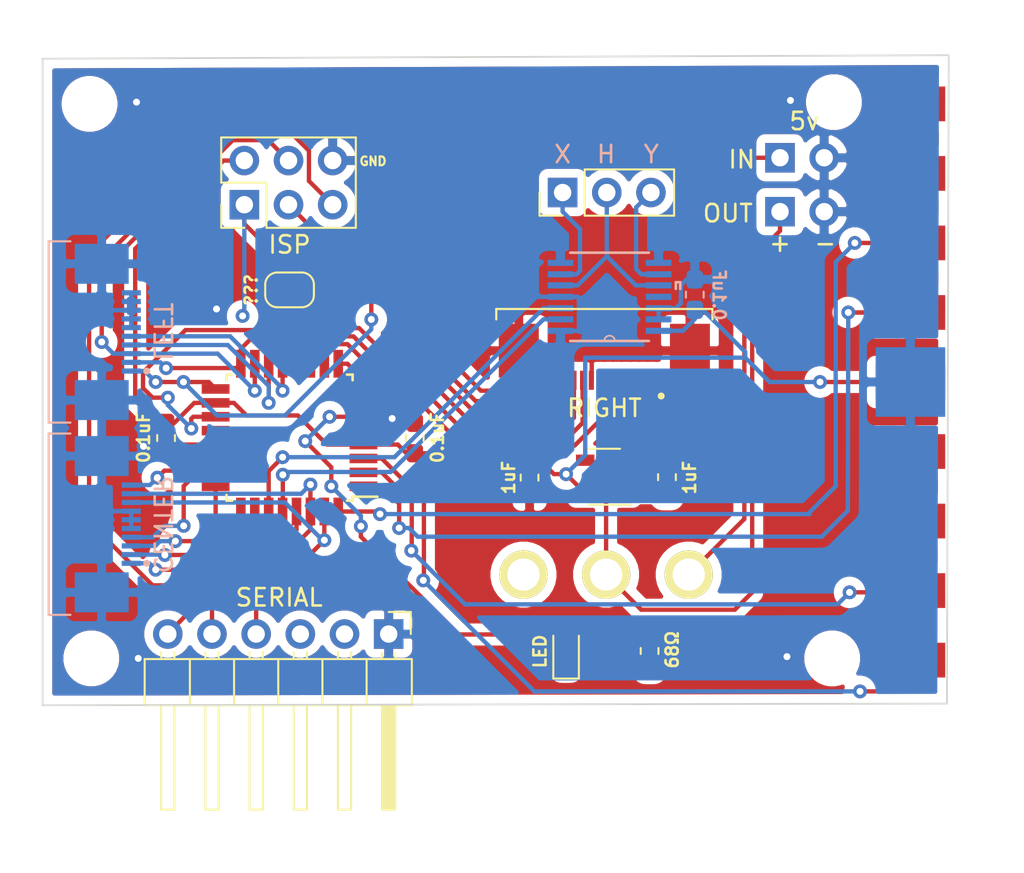
<source format=kicad_pcb>
(kicad_pcb (version 20171130) (host pcbnew "(5.1.5-0-10_14)")
  (layers (0 F.Cu signal) (31 B.Cu signal) (34 B.Paste user) (35 F.Paste user) (36 B.SilkS user) (37 F.SilkS user) (38 B.Mask user) (39 F.Mask user) (44 Edge.Cuts user))
  (net 0 "")
  (net 1 GND)
  (net 2 "Net-(C1-Pad1)")
  (net 3 VCC)
  (net 4 "Net-(D1-Pad1)")
  (net 5 "Net-(D1-Pad2)")
  (net 6 "Net-(J1-Pad1)")
  (net 7 "Net-(J1-Pad2)")
  (net 8 "Net-(J1-Pad3)")
  (net 9 "Net-(J1-Pad4)")
  (net 10 "Net-(J1-Pad5)")
  (net 11 "Net-(J1-Pad6)")
  (net 12 "Net-(J1-Pad7)")
  (net 13 "Net-(J1-Pad8)")
  (net 14 "Net-(J1-Pad10)")
  (net 15 "Net-(J1-Pad11)")
  (net 16 "Net-(J1-Pad12)")
  (net 17 "Net-(J1-Pad13)")
  (net 18 "Net-(J1-Pad14)")
  (net 19 "Net-(J2-Pad1)")
  (net 20 "Net-(J3-Pad1)")
  (net 21 "Net-(J3-Pad2)")
  (net 22 "Net-(J3-Pad3)")
  (net 23 "Net-(J3-Pad4)")
  (net 24 "Net-(J3-Pad5)")
  (net 25 "Net-(J4-Pad5)")
  (net 26 "Net-(J5-Pad2)")
  (net 27 "Net-(J5-Pad3)")
  (net 28 "Net-(J6-Pad4)")
  (net 29 "Net-(J6-Pad3)")
  (net 30 "Net-(J6-Pad2)")
  (net 31 "Net-(J6-Pad1)")
  (net 32 "Net-(J6-Pad7)")
  (net 33 "Net-(J6-Pad8)")
  (net 34 "Net-(J6-Pad9)")
  (net 35 "Net-(J7-Pad4)")
  (net 36 "Net-(J7-Pad3)")
  (net 37 "Net-(J7-Pad2)")
  (net 38 "Net-(J7-Pad1)")
  (net 39 "Net-(J8-Pad1)")
  (net 40 "Net-(J8-Pad2)")
  (net 41 "Net-(J8-Pad3)")
  (net 42 "Net-(JP2-Pad2)")
  (net 43 "Net-(S1-Pad1)")
  (net 44 "Net-(U1-Pad4)")
  (net 45 "Net-(U2-Pad20)")
  (net 46 "Net-(U2-Pad27)")
  (net 47 "Net-(U2-Pad28)")
  (net 48 "Net-(U3-Pad11)")
  (net 49 "Net-(J5-Pad4)")
  (net 50 "Net-(J5-Pad5)")
  (net 51 "Net-(J7-Pad10)")
  (module Connector_PinHeader_2.54mm:PinHeader_1x02_P2.54mm_Horizontal (layer F.Cu) (at 203 79 90)
    (fp_text reference J9 hide)
    (fp_text value "Power OUT (to PSP)")
    (pad 1 thru_hole rect (at 0 0 90) (size 1.7 1.7) (drill 1) (layers *.Cu *.Mask) (net 2 "Net-(C1-Pad1)"))
    (pad 2 thru_hole oval (at 0 2.54 90) (size 1.7 1.7) (drill 1) (layers *.Cu *.Mask) (net 1 GND))
  )
  (module Connector_PinHeader_2.54mm:PinHeader_1x02_P2.54mm_Vertical (layer F.Cu) (at 203 75.9 90)
    (fp_text reference J2 hide)
    (fp_text value "Power IN")
    (pad 2 thru_hole oval (at 0 2.54 90) (size 1.7 1.7) (drill 1) (layers *.Cu *.Mask) (net 1 GND))
    (pad 1 thru_hole rect (at 0 0 90) (size 1.7 1.7) (drill 1) (layers *.Cu *.Mask) (net 19 "Net-(J2-Pad1)"))
  )
  (module L102011ML04Q (layer F.Cu) (at 193 107.5 270)
    (fp_text reference S1 hide)
    (fp_text value L102021ML04Q hide)
    (pad 1 thru_hole circle (at -7.62 4.75) (size 2.775 2.775) (drill 1.85) (layers *.Cu *.Mask F.SilkS) (net 43 "Net-(S1-Pad1)"))
    (pad 2 thru_hole circle (at -7.62 -4.75) (size 2.775 2.775) (drill 1.85) (layers *.Cu *.Mask F.SilkS) (net 19 "Net-(J2-Pad1)"))
    (pad 3 thru_hole circle (at -7.62 0) (size 2.775 2.775) (drill 1.85) (layers *.Cu *.Mask F.SilkS) (net 2 "Net-(C1-Pad1)"))
  )
  (module Capacitor_SMD:C_0603_1608Metric_Pad1.05x0.95mm_HandSolder (layer F.Cu) (at 196.5 94.275 90)
    (fp_text reference C1 hide)
    (fp_text value "1 uF")
    (pad 2 smd roundrect (at 0.875 0 90) (size 1.05 0.95) (layers F.Cu F.Paste F.Mask) (net 1 GND))
    (pad 1 smd roundrect (at -0.875 0 90) (size 1.05 0.95) (layers F.Cu F.Paste F.Mask) (net 2 "Net-(C1-Pad1)"))
  )
  (module Capacitor_SMD:C_0603_1608Metric_Pad1.05x0.95mm_HandSolder (layer F.Cu) (at 188.6 94.3 270)
    (fp_text reference C2 hide)
    (fp_text value "1 uF")
    (pad 1 smd roundrect (at -0.875 0 270) (size 1.05 0.95) (layers F.Cu F.Paste F.Mask) (net 3 VCC))
    (pad 2 smd roundrect (at 0.875 0 270) (size 1.05 0.95) (layers F.Cu F.Paste F.Mask) (net 1 GND))
  )
  (module Capacitor_SMD:C_0603_1608Metric_Pad1.05x0.95mm_HandSolder (layer F.Cu) (at 167.7 92.025 90)
    (fp_text reference C3 hide)
    (fp_text value "0.1 uF")
    (pad 2 smd roundrect (at 0.875 0 90) (size 1.05 0.95) (layers F.Cu F.Paste F.Mask) (net 3 VCC))
    (pad 1 smd roundrect (at -0.875 0 90) (size 1.05 0.95) (layers F.Cu F.Paste F.Mask) (net 1 GND))
  )
  (module Capacitor_SMD:C_0603_1608Metric_Pad1.05x0.95mm_HandSolder (layer B.Cu) (at 198.1 83.775 270)
    (fp_text reference C4 hide)
    (fp_text value "0.1 uF")
    (pad 1 smd roundrect (at -0.875 0 270) (size 1.05 0.95) (layers B.Cu B.Paste B.Mask) (net 1 GND))
    (pad 2 smd roundrect (at 0.875 0 270) (size 1.05 0.95) (layers B.Cu B.Paste B.Mask) (net 3 VCC))
  )
  (module Capacitor_SMD:C_0603_1608Metric_Pad1.05x0.95mm_HandSolder (layer F.Cu) (at 182 92.025 90)
    (fp_text reference C5 hide)
    (fp_text value "0.1 uF")
    (pad 1 smd roundrect (at -0.875 0 90) (size 1.05 0.95) (layers F.Cu F.Paste F.Mask) (net 3 VCC))
    (pad 2 smd roundrect (at 0.875 0 90) (size 1.05 0.95) (layers F.Cu F.Paste F.Mask) (net 1 GND))
  )
  (module LED_SMD:LED_0603_1608Metric_Pad1.05x0.95mm_HandSolder (layer F.Cu) (at 190.7 104.2 90)
    (fp_text reference D1 hide)
    (fp_text value LED)
    (pad 1 smd roundrect (at -0.875 0 90) (size 1.05 0.95) (layers F.Cu F.Paste F.Mask) (net 4 "Net-(D1-Pad1)"))
    (pad 2 smd roundrect (at 0.875 0 90) (size 1.05 0.95) (layers F.Cu F.Paste F.Mask) (net 5 "Net-(D1-Pad2)"))
  )
  (module MountingHole:MountingHole_2.2mm_M2 (layer F.Cu) (at 163.3 72.8)
    (fp_text reference H1 hide)
    (fp_text value MountingHole)
    (pad 1 np_thru_hole circle (at 0 0) (size 2.2 2.2) (drill 2.2) (layers *.Cu *.Mask))
  )
  (module MountingHole:MountingHole_2.2mm_M2 (layer F.Cu) (at 206.1 72.7)
    (fp_text reference H2 hide)
    (fp_text value MountingHole)
    (pad 1 np_thru_hole circle (at 0 0) (size 2.2 2.2) (drill 2.2) (layers *.Cu *.Mask))
  )
  (module MountingHole:MountingHole_2.2mm_M2 (layer F.Cu) (at 163.4 104.7)
    (fp_text reference H3 hide)
    (fp_text value MountingHole)
    (pad 1 np_thru_hole circle (at 0 0) (size 2.2 2.2) (drill 2.2) (layers *.Cu *.Mask))
  )
  (module MountingHole:MountingHole_2.2mm_M2 (layer F.Cu) (at 206 104.7)
    (fp_text reference H4 hide)
    (fp_text value MountingHole)
    (pad 1 np_thru_hole circle (at 0 0) (size 2.2 2.2) (drill 2.2) (layers *.Cu *.Mask))
  )
  (module 1-1734592-4:TE_1-1734592-4 (layer F.Cu) (at 192.9 88.7 180)
    (fp_text reference J1 hide)
    (fp_text value "right ribbon")
    (pad 1 smd rect (at -3.25 0 180) (size 0.3 1.1) (layers F.Cu F.Paste F.Mask) (net 6 "Net-(J1-Pad1)"))
    (pad 2 smd rect (at -2.75 0 180) (size 0.3 1.1) (layers F.Cu F.Paste F.Mask) (net 7 "Net-(J1-Pad2)"))
    (pad 3 smd rect (at -2.25 0 180) (size 0.3 1.1) (layers F.Cu F.Paste F.Mask) (net 8 "Net-(J1-Pad3)"))
    (pad 4 smd rect (at -1.75 0 180) (size 0.3 1.1) (layers F.Cu F.Paste F.Mask) (net 9 "Net-(J1-Pad4)"))
    (pad 5 smd rect (at -1.25 0 180) (size 0.3 1.1) (layers F.Cu F.Paste F.Mask) (net 10 "Net-(J1-Pad5)"))
    (pad 6 smd rect (at -0.75 0 180) (size 0.3 1.1) (layers F.Cu F.Paste F.Mask) (net 11 "Net-(J1-Pad6)"))
    (pad 7 smd rect (at -0.25 0 180) (size 0.3 1.1) (layers F.Cu F.Paste F.Mask) (net 12 "Net-(J1-Pad7)"))
    (pad 8 smd rect (at 0.25 0 180) (size 0.3 1.1) (layers F.Cu F.Paste F.Mask) (net 13 "Net-(J1-Pad8)"))
    (pad 9 smd rect (at 0.75 0 180) (size 0.3 1.1) (layers F.Cu F.Paste F.Mask) (net 1 GND))
    (pad 10 smd rect (at 1.25 0 180) (size 0.3 1.1) (layers F.Cu F.Paste F.Mask) (net 14 "Net-(J1-Pad10)"))
    (pad 11 smd rect (at 1.75 0 180) (size 0.3 1.1) (layers F.Cu F.Paste F.Mask) (net 15 "Net-(J1-Pad11)"))
    (pad 12 smd rect (at 2.25 0 180) (size 0.3 1.1) (layers F.Cu F.Paste F.Mask) (net 16 "Net-(J1-Pad12)"))
    (pad 13 smd rect (at 2.75 0 180) (size 0.3 1.1) (layers F.Cu F.Paste F.Mask) (net 17 "Net-(J1-Pad13)"))
    (pad 14 smd rect (at 3.25 0 180) (size 0.3 1.1) (layers F.Cu F.Paste F.Mask) (net 18 "Net-(J1-Pad14)"))
    (pad S1 smd rect (at -4.92 1.7 180) (size 2.3 3.1) (layers F.Cu F.Paste F.Mask) (net 1 GND))
    (pad S2 smd rect (at 4.92 1.7 180) (size 2.3 3.1) (layers F.Cu F.Paste F.Mask) (net 1 GND))
  )
  (module 1-1734592-0:TE_1-1734592-0 (layer B.Cu) (at 165.7 85.92 90)
    (fp_text reference J3 hide)
    (fp_text value "left ribbon")
    (pad 1 smd rect (at -2.25 0 90) (size 0.3 1.1) (layers B.Cu B.Paste B.Mask) (net 20 "Net-(J3-Pad1)"))
    (pad 2 smd rect (at -1.75 0 90) (size 0.3 1.1) (layers B.Cu B.Paste B.Mask) (net 21 "Net-(J3-Pad2)"))
    (pad 3 smd rect (at -1.25 0 90) (size 0.3 1.1) (layers B.Cu B.Paste B.Mask) (net 22 "Net-(J3-Pad3)"))
    (pad 4 smd rect (at -0.75 0 90) (size 0.3 1.1) (layers B.Cu B.Paste B.Mask) (net 23 "Net-(J3-Pad4)"))
    (pad 5 smd rect (at -0.25 0 90) (size 0.3 1.1) (layers B.Cu B.Paste B.Mask) (net 24 "Net-(J3-Pad5)"))
    (pad 6 smd rect (at 0.25 0 90) (size 0.3 1.1) (layers B.Cu B.Paste B.Mask) (net 1 GND))
    (pad 7 smd rect (at 0.75 0 90) (size 0.3 1.1) (layers B.Cu B.Paste B.Mask) (net 1 GND))
    (pad 8 smd rect (at 1.25 0 90) (size 0.3 1.1) (layers B.Cu B.Paste B.Mask) (net 1 GND))
    (pad 9 smd rect (at 1.75 0 90) (size 0.3 1.1) (layers B.Cu B.Paste B.Mask) (net 1 GND))
    (pad 10 smd rect (at 2.25 0 90) (size 0.3 1.1) (layers B.Cu B.Paste B.Mask) (net 1 GND))
    (pad S1 smd rect (at -3.92 -1.7 90) (size 2.3 3.1) (layers B.Cu B.Paste B.Mask) (net 1 GND))
    (pad S2 smd rect (at 3.92 -1.7 90) (size 2.3 3.1) (layers B.Cu B.Paste B.Mask) (net 1 GND))
  )
  (module Connector_PinHeader_2.54mm:PinHeader_2x03_P2.54mm_Vertical (layer F.Cu) (at 172.2 78.6 90)
    (fp_text reference J4 hide)
    (fp_text value AVR-ISP-6)
    (pad 1 thru_hole rect (at 0 0 90) (size 1.7 1.7) (drill 1) (layers *.Cu *.Mask) (net 21 "Net-(J3-Pad2)"))
    (pad 2 thru_hole oval (at 2.54 0 90) (size 1.7 1.7) (drill 1) (layers *.Cu *.Mask) (net 3 VCC))
    (pad 3 thru_hole oval (at 0 2.54 90) (size 1.7 1.7) (drill 1) (layers *.Cu *.Mask) (net 20 "Net-(J3-Pad1)"))
    (pad 4 thru_hole oval (at 2.54 2.54 90) (size 1.7 1.7) (drill 1) (layers *.Cu *.Mask) (net 22 "Net-(J3-Pad3)"))
    (pad 5 thru_hole oval (at 0 5.08 90) (size 1.7 1.7) (drill 1) (layers *.Cu *.Mask) (net 25 "Net-(J4-Pad5)"))
    (pad 6 thru_hole oval (at 2.54 5.08 90) (size 1.7 1.7) (drill 1) (layers *.Cu *.Mask) (net 1 GND))
  )
  (module Connector_PinHeader_2.54mm:PinHeader_1x06_P2.54mm_Horizontal (layer F.Cu) (at 180.5 103.3 270)
    (fp_text reference J5 hide)
    (fp_text value Conn_01x06)
    (pad 1 thru_hole rect (at 0 0 270) (size 1.7 1.7) (drill 1) (layers *.Cu *.Mask) (net 1 GND))
    (pad 2 thru_hole oval (at 0 2.54 270) (size 1.7 1.7) (drill 1) (layers *.Cu *.Mask) (net 26 "Net-(J5-Pad2)"))
    (pad 3 thru_hole oval (at 0 5.08 270) (size 1.7 1.7) (drill 1) (layers *.Cu *.Mask) (net 27 "Net-(J5-Pad3)"))
    (pad 4 thru_hole oval (at 0 7.62 270) (size 1.7 1.7) (drill 1) (layers *.Cu *.Mask) (net 49 "Net-(J5-Pad4)"))
    (pad 5 thru_hole oval (at 0 10.16 270) (size 1.7 1.7) (drill 1) (layers *.Cu *.Mask) (net 50 "Net-(J5-Pad5)"))
    (pad 6 thru_hole oval (at 0 12.7 270) (size 1.7 1.7) (drill 1) (layers *.Cu *.Mask) (net 25 "Net-(J4-Pad5)"))
  )
  (module Connector:ps2_connector (layer F.Cu) (at 213.5 88.8 270)
    (fp_text reference J6 hide)
    (fp_text value "PS2 Controller")
    (pad 5 connect rect (at 0 3 270) (size 2 4) (layers F.Cu F.Mask) (net 3 VCC))
    (pad 4 connect rect (at -4 3 270) (size 2 4) (layers F.Cu F.Mask) (net 28 "Net-(J6-Pad4)"))
    (pad 3 connect rect (at -8 3 270) (size 2 4) (layers F.Cu F.Mask) (net 29 "Net-(J6-Pad3)"))
    (pad 2 connect rect (at -12 3 270) (size 2 4) (layers F.Cu F.Mask) (net 30 "Net-(J6-Pad2)"))
    (pad 1 connect rect (at -16 3 270) (size 2 4) (layers F.Cu F.Mask) (net 31 "Net-(J6-Pad1)"))
    (pad 6 connect rect (at 4 3 270) (size 2 4) (layers F.Cu F.Mask) (net 1 GND))
    (pad 7 connect rect (at 8 3 270) (size 2 4) (layers F.Cu F.Mask) (net 32 "Net-(J6-Pad7)"))
    (pad 8 connect rect (at 12 3 270) (size 2 4) (layers F.Cu F.Mask) (net 33 "Net-(J6-Pad8)"))
    (pad 9 connect rect (at 16 3 270) (size 2 4) (layers F.Cu F.Mask) (net 34 "Net-(J6-Pad9)"))
    (pad 10 connect rect (at 0 3 270) (size 4 4) (layers B.Cu B.Mask) (net 1 GND))
  )
  (module 1-1734592-0:TE_1-1734592-0 (layer B.Cu) (at 165.7 96.98 90)
    (fp_text reference J7 hide)
    (fp_text value "center ribbon")
    (pad S2 smd rect (at 3.92 -1.7 90) (size 2.3 3.1) (layers B.Cu B.Paste B.Mask) (net 1 GND))
    (pad S1 smd rect (at -3.92 -1.7 90) (size 2.3 3.1) (layers B.Cu B.Paste B.Mask) (net 1 GND))
    (pad 10 smd rect (at 2.25 0 90) (size 0.3 1.1) (layers B.Cu B.Paste B.Mask) (net 51 "Net-(J7-Pad10)"))
    (pad 9 smd rect (at 1.75 0 90) (size 0.3 1.1) (layers B.Cu B.Paste B.Mask) (net 50 "Net-(J5-Pad5)"))
    (pad 8 smd rect (at 1.25 0 90) (size 0.3 1.1) (layers B.Cu B.Paste B.Mask) (net 49 "Net-(J5-Pad4)"))
    (pad 7 smd rect (at 0.75 0 90) (size 0.3 1.1) (layers B.Cu B.Paste B.Mask) (net 1 GND))
    (pad 6 smd rect (at 0.25 0 90) (size 0.3 1.1) (layers B.Cu B.Paste B.Mask) (net 1 GND))
    (pad 5 smd rect (at -0.25 0 90) (size 0.3 1.1) (layers B.Cu B.Paste B.Mask) (net 1 GND))
    (pad 4 smd rect (at -0.75 0 90) (size 0.3 1.1) (layers B.Cu B.Paste B.Mask) (net 35 "Net-(J7-Pad4)"))
    (pad 3 smd rect (at -1.25 0 90) (size 0.3 1.1) (layers B.Cu B.Paste B.Mask) (net 36 "Net-(J7-Pad3)"))
    (pad 2 smd rect (at -1.75 0 90) (size 0.3 1.1) (layers B.Cu B.Paste B.Mask) (net 37 "Net-(J7-Pad2)"))
    (pad 1 smd rect (at -2.25 0 90) (size 0.3 1.1) (layers B.Cu B.Paste B.Mask) (net 38 "Net-(J7-Pad1)"))
  )
  (module Connector_PinHeader_2.54mm:PinHeader_1x03_P2.54mm_Vertical (layer F.Cu) (at 190.5 77.9 90)
    (fp_text reference J8 hide)
    (fp_text value Analog)
    (pad 1 thru_hole rect (at 0 0 90) (size 1.7 1.7) (drill 1) (layers *.Cu *.Mask) (net 39 "Net-(J8-Pad1)"))
    (pad 2 thru_hole oval (at 0 2.54 90) (size 1.7 1.7) (drill 1) (layers *.Cu *.Mask) (net 40 "Net-(J8-Pad2)"))
    (pad 3 thru_hole oval (at 0 5.08 90) (size 1.7 1.7) (drill 1) (layers *.Cu *.Mask) (net 41 "Net-(J8-Pad3)"))
  )
  (module Jumper:SolderJumper-2_P1.3mm_Open_RoundedPad1.0x1.5mm (layer F.Cu) (at 174.8 83.5)
    (fp_text reference JP2 hide)
    (fp_text value SolderJumper_2_Open)
    (pad 1 smd custom (at -0.65 0) (size 1 0.5) (layers F.Cu F.Mask) (net 1 GND) (options (clearance outline) (anchor rect)) (primitives (gr_circle (center 0 0.25) (end 0.5 0.25) (width 0)) (gr_circle (center 0 -0.25) (end 0.5 -0.25) (width 0)) (gr_poly (pts (xy 0 -0.75) (xy 0.5 -0.75) (xy 0.5 0.75) (xy 0 0.75)) (width 0))))
    (pad 2 smd custom (at 0.65 0) (size 1 0.5) (layers F.Cu F.Mask) (net 42 "Net-(JP2-Pad2)") (options (clearance outline) (anchor rect)) (primitives (gr_circle (center 0 0.25) (end 0.5 0.25) (width 0)) (gr_circle (center 0 -0.25) (end 0.5 -0.25) (width 0)) (gr_poly (pts (xy 0 -0.75) (xy -0.5 -0.75) (xy -0.5 0.75) (xy 0 0.75)) (width 0))))
  )
  (module Resistor_SMD:R_0603_1608Metric_Pad1.05x0.95mm_HandSolder (layer F.Cu) (at 195.5 104.275 270)
    (fp_text reference R1 hide)
    (fp_text value 68)
    (pad 1 smd roundrect (at -0.875 0 270) (size 1.05 0.95) (layers F.Cu F.Paste F.Mask) (net 1 GND))
    (pad 2 smd roundrect (at 0.875 0 270) (size 1.05 0.95) (layers F.Cu F.Paste F.Mask) (net 4 "Net-(D1-Pad1)"))
  )
  (module Package_TO_SOT_SMD:SOT-23-5 (layer F.Cu) (at 192.9 94.25 180)
    (fp_text reference U1 hide)
    (fp_text value MIC5504-3.3YM5)
    (pad 1 smd rect (at -1.1 -0.95 180) (size 1.06 0.65) (layers F.Cu F.Paste F.Mask) (net 2 "Net-(C1-Pad1)"))
    (pad 2 smd rect (at -1.1 0 180) (size 1.06 0.65) (layers F.Cu F.Paste F.Mask) (net 1 GND))
    (pad 3 smd rect (at -1.1 0.95 180) (size 1.06 0.65) (layers F.Cu F.Paste F.Mask) (net 2 "Net-(C1-Pad1)"))
    (pad 4 smd rect (at 1.1 0.95 180) (size 1.06 0.65) (layers F.Cu F.Paste F.Mask) (net 44 "Net-(U1-Pad4)"))
    (pad 5 smd rect (at 1.1 -0.95 180) (size 1.06 0.65) (layers F.Cu F.Paste F.Mask) (net 3 VCC))
  )
  (module Package_QFP:TQFP-32_7x7mm_P0.8mm (layer F.Cu) (at 174.8 92 180)
    (fp_text reference U2 hide)
    (fp_text value ATmega328PB-AU)
    (pad 1 smd rect (at -4.25 -2.8 180) (size 1.6 0.55) (layers F.Cu F.Paste F.Mask) (net 28 "Net-(J6-Pad4)"))
    (pad 2 smd rect (at -4.25 -2 180) (size 1.6 0.55) (layers F.Cu F.Paste F.Mask) (net 33 "Net-(J6-Pad8)"))
    (pad 3 smd rect (at -4.25 -1.2 180) (size 1.6 0.55) (layers F.Cu F.Paste F.Mask) (net 34 "Net-(J6-Pad9)"))
    (pad 4 smd rect (at -4.25 -0.4 180) (size 1.6 0.55) (layers F.Cu F.Paste F.Mask) (net 3 VCC))
    (pad 5 smd rect (at -4.25 0.4 180) (size 1.6 0.55) (layers F.Cu F.Paste F.Mask) (net 1 GND))
    (pad 6 smd rect (at -4.25 1.2 180) (size 1.6 0.55) (layers F.Cu F.Paste F.Mask) (net 5 "Net-(D1-Pad2)"))
    (pad 7 smd rect (at -4.25 2 180) (size 1.6 0.55) (layers F.Cu F.Paste F.Mask) (net 10 "Net-(J1-Pad5)"))
    (pad 8 smd rect (at -4.25 2.8 180) (size 1.6 0.55) (layers F.Cu F.Paste F.Mask) (net 14 "Net-(J1-Pad10)"))
    (pad 9 smd rect (at -2.8 4.25 270) (size 1.6 0.55) (layers F.Cu F.Paste F.Mask) (net 15 "Net-(J1-Pad11)"))
    (pad 10 smd rect (at -2 4.25 270) (size 1.6 0.55) (layers F.Cu F.Paste F.Mask) (net 16 "Net-(J1-Pad12)"))
    (pad 11 smd rect (at -1.2 4.25 270) (size 1.6 0.55) (layers F.Cu F.Paste F.Mask) (net 17 "Net-(J1-Pad13)"))
    (pad 12 smd rect (at -0.4 4.25 270) (size 1.6 0.55) (layers F.Cu F.Paste F.Mask) (net 18 "Net-(J1-Pad14)"))
    (pad 13 smd rect (at 0.4 4.25 270) (size 1.6 0.55) (layers F.Cu F.Paste F.Mask) (net 24 "Net-(J3-Pad5)"))
    (pad 14 smd rect (at 1.2 4.25 270) (size 1.6 0.55) (layers F.Cu F.Paste F.Mask) (net 23 "Net-(J3-Pad4)"))
    (pad 15 smd rect (at 2 4.25 270) (size 1.6 0.55) (layers F.Cu F.Paste F.Mask) (net 22 "Net-(J3-Pad3)"))
    (pad 16 smd rect (at 2.8 4.25 270) (size 1.6 0.55) (layers F.Cu F.Paste F.Mask) (net 21 "Net-(J3-Pad2)"))
    (pad 17 smd rect (at 4.25 2.8 180) (size 1.6 0.55) (layers F.Cu F.Paste F.Mask) (net 20 "Net-(J3-Pad1)"))
    (pad 18 smd rect (at 4.25 2 180) (size 1.6 0.55) (layers F.Cu F.Paste F.Mask) (net 3 VCC))
    (pad 19 smd rect (at 4.25 1.2 180) (size 1.6 0.55) (layers F.Cu F.Paste F.Mask) (net 42 "Net-(JP2-Pad2)"))
    (pad 20 smd rect (at 4.25 0.4 180) (size 1.6 0.55) (layers F.Cu F.Paste F.Mask) (net 45 "Net-(U2-Pad20)"))
    (pad 21 smd rect (at 4.25 -0.4 180) (size 1.6 0.55) (layers F.Cu F.Paste F.Mask) (net 1 GND))
    (pad 22 smd rect (at 4.25 -1.2 180) (size 1.6 0.55) (layers F.Cu F.Paste F.Mask) (net 51 "Net-(J7-Pad10)"))
    (pad 23 smd rect (at 4.25 -2 180) (size 1.6 0.55) (layers F.Cu F.Paste F.Mask) (net 35 "Net-(J7-Pad4)"))
    (pad 24 smd rect (at 4.25 -2.8 180) (size 1.6 0.55) (layers F.Cu F.Paste F.Mask) (net 36 "Net-(J7-Pad3)"))
    (pad 25 smd rect (at 2.8 -4.25 270) (size 1.6 0.55) (layers F.Cu F.Paste F.Mask) (net 37 "Net-(J7-Pad2)"))
    (pad 26 smd rect (at 2 -4.25 270) (size 1.6 0.55) (layers F.Cu F.Paste F.Mask) (net 38 "Net-(J7-Pad1)"))
    (pad 27 smd rect (at 1.2 -4.25 270) (size 1.6 0.55) (layers F.Cu F.Paste F.Mask) (net 46 "Net-(U2-Pad27)"))
    (pad 28 smd rect (at 0.4 -4.25 270) (size 1.6 0.55) (layers F.Cu F.Paste F.Mask) (net 47 "Net-(U2-Pad28)"))
    (pad 29 smd rect (at -0.4 -4.25 270) (size 1.6 0.55) (layers F.Cu F.Paste F.Mask) (net 25 "Net-(J4-Pad5)"))
    (pad 30 smd rect (at -1.2 -4.25 270) (size 1.6 0.55) (layers F.Cu F.Paste F.Mask) (net 50 "Net-(J5-Pad5)"))
    (pad 31 smd rect (at -2 -4.25 270) (size 1.6 0.55) (layers F.Cu F.Paste F.Mask) (net 49 "Net-(J5-Pad4)"))
    (pad 32 smd rect (at -2.8 -4.25 270) (size 1.6 0.55) (layers F.Cu F.Paste F.Mask) (net 29 "Net-(J6-Pad3)"))
  )
  (module MCP4651-103E_ST:SOP65P640X120-14N (layer B.Cu) (at 193.2 83.9)
    (fp_text reference U3 hide)
    (fp_text value MCP4651-103E_ST)
    (pad 1 smd rect (at -2.8194 1.9558) (size 1.4732 0.3556) (layers B.Cu B.Paste B.Mask) (net 1 GND))
    (pad 2 smd rect (at -2.8194 1.2954) (size 1.4732 0.3556) (layers B.Cu B.Paste B.Mask) (net 47 "Net-(U2-Pad28)"))
    (pad 3 smd rect (at -2.8194 0.6604) (size 1.4732 0.3556) (layers B.Cu B.Paste B.Mask) (net 46 "Net-(U2-Pad27)"))
    (pad 4 smd rect (at -2.8194 0) (size 1.4732 0.3556) (layers B.Cu B.Paste B.Mask) (net 1 GND))
    (pad 5 smd rect (at -2.8194 -0.6604) (size 1.4732 0.3556) (layers B.Cu B.Paste B.Mask) (net 40 "Net-(J8-Pad2)"))
    (pad 6 smd rect (at -2.8194 -1.2954) (size 1.4732 0.3556) (layers B.Cu B.Paste B.Mask) (net 39 "Net-(J8-Pad1)"))
    (pad 7 smd rect (at -2.8194 -1.9558) (size 1.4732 0.3556) (layers B.Cu B.Paste B.Mask) (net 1 GND))
    (pad 8 smd rect (at 2.8194 -1.9558) (size 1.4732 0.3556) (layers B.Cu B.Paste B.Mask) (net 1 GND))
    (pad 9 smd rect (at 2.8194 -1.2954) (size 1.4732 0.3556) (layers B.Cu B.Paste B.Mask) (net 41 "Net-(J8-Pad3)"))
    (pad 10 smd rect (at 2.8194 -0.6604) (size 1.4732 0.3556) (layers B.Cu B.Paste B.Mask) (net 40 "Net-(J8-Pad2)"))
    (pad 11 smd rect (at 2.8194 0) (size 1.4732 0.3556) (layers B.Cu B.Paste B.Mask) (net 48 "Net-(U3-Pad11)"))
    (pad 12 smd rect (at 2.8194 0.6604) (size 1.4732 0.3556) (layers B.Cu B.Paste B.Mask) (net 1 GND))
    (pad 13 smd rect (at 2.8194 1.2954) (size 1.4732 0.3556) (layers B.Cu B.Paste B.Mask) (net 1 GND))
    (pad 14 smd rect (at 2.8194 1.9558) (size 1.4732 0.3556) (layers B.Cu B.Paste B.Mask) (net 3 VCC))
  )
  (gr_text 0.1uF (at 199.5 83.8 270) (layer B.SilkS) (effects (font (size 0.7 0.7)) (justify mirror)))
  (gr_text ??? (at 172.6 83.5 90) (layer F.SilkS) (effects (font (size 0.7 0.7))))
  (gr_text Y (at 195.6 75.7) (layer B.SilkS) (effects (font (size 1 1)) (justify mirror)))
  (gr_text H (at 193 75.7) (layer B.SilkS) (effects (font (size 1 1)) (justify mirror)))
  (gr_text X (at 190.5 75.7) (layer B.SilkS) (effects (font (size 1 1)) (justify mirror)))
  (gr_text 5v (at 204.4 73.8) (layer F.SilkS) (effects (font (size 1 1))))
  (gr_text GND (at 179.6 76.1) (layer F.SilkS) (effects (font (size 0.5 0.5) (thickness 0.125))))
  (gr_text ISP (at 174.8 80.9) (layer F.SilkS) (effects (font (size 1 1))))
  (gr_text CENTER (at 167.5 97 270) (layer B.SilkS) (effects (font (size 1 1)) (justify mirror)))
  (gr_text LEFT (at 167.5 85.9 270) (layer B.SilkS) (effects (font (size 1 1)) (justify mirror)))
  (gr_text SERIAL (at 174.2 101.2) (layer F.SilkS) (effects (font (size 1 1))))
  (gr_text RIGHT (at 192.9 90.3) (layer F.SilkS) (effects (font (size 1 1))))
  (gr_text 1uF (at 197.8 94.3 90) (layer F.SilkS) (effects (font (size 0.7 0.7))))
  (gr_text 1uF (at 187.4 94.3 90) (layer F.SilkS) (effects (font (size 0.7 0.7))))
  (gr_text 0.1uF (at 166.4 92 90) (layer F.SilkS) (effects (font (size 0.7 0.7))))
  (gr_text 0.1uF (at 183.3 92 90) (layer F.SilkS) (effects (font (size 0.7 0.7))))
  (gr_text 68Ω (at 196.8 104.2 90) (layer F.SilkS) (effects (font (size 0.7 0.7))))
  (gr_text LED (at 189.2 104.3 90) (layer F.SilkS) (effects (font (size 0.7 0.7))))
  (gr_text - (at 205.6 80.8) (layer F.SilkS) (effects (font (size 1 1))))
  (gr_text + (at 203 80.8) (layer F.SilkS) (effects (font (size 1 1))))
  (gr_text OUT (at 200 79.1) (layer F.SilkS) (effects (font (size 1 1))))
  (gr_text IN (at 200.8 76) (layer F.SilkS) (effects (font (size 1 1))))
  (gr_line (start 160.6 70.2) (end 212.7 70) (layer Edge.Cuts) (width 0.1))
  (gr_line (start 160.6 107.4) (end 160.6 70.2) (layer Edge.Cuts) (width 0.1))
  (gr_line (start 212.6 107.3) (end 160.6 107.4) (layer Edge.Cuts) (width 0.1))
  (gr_line (start 212.7 70) (end 212.6 107.3) (layer Edge.Cuts) (width 0.1))
  (segment (start 165.7 83.67) (end 165.7 85.67) (width 0.25) (layer B.Cu) (net 1))
  (segment (start 165.7 84.67) (end 164.33 84.67) (width 0.25) (layer B.Cu) (net 1))
  (segment (start 165.7 97.23) (end 165.7 96.23) (width 0.25) (layer B.Cu) (net 1))
  (segment (start 165.7 96.23) (end 164.53 96.23) (width 0.25) (layer B.Cu) (net 1))
  (segment (start 196.0194 85.1954) (end 196.0194 84.5604) (width 0.25) (layer B.Cu) (net 1))
  (segment (start 197.625 82.9) (end 198.1 82.9) (width 0.25) (layer B.Cu) (net 1))
  (segment (start 197.29999 84.26641) (end 197.29999 83.22501) (width 0.25) (layer B.Cu) (net 1))
  (segment (start 197.006 84.5604) (end 197.29999 84.26641) (width 0.25) (layer B.Cu) (net 1))
  (segment (start 196.0194 84.5604) (end 197.006 84.5604) (width 0.25) (layer B.Cu) (net 1))
  (segment (start 197.29999 83.22501) (end 197.625 82.9) (width 0.25) (layer B.Cu) (net 1))
  (segment (start 196.0194 81.5164) (end 196 81.497) (width 0.25) (layer B.Cu) (net 1))
  (segment (start 196.0194 81.9442) (end 196.0194 81.5164) (width 0.25) (layer B.Cu) (net 1))
  (segment (start 196 81.497) (end 196 81.1) (width 0.25) (layer B.Cu) (net 1))
  (segment (start 191.3672 83.9) (end 190.3806 83.9) (width 0.25) (layer B.Cu) (net 1))
  (segment (start 191.442201 83.975001) (end 191.3672 83.9) (width 0.25) (layer B.Cu) (net 1))
  (segment (start 191.442201 85.780799) (end 191.442201 83.975001) (width 0.25) (layer B.Cu) (net 1))
  (segment (start 191.3672 85.8558) (end 191.442201 85.780799) (width 0.25) (layer B.Cu) (net 1))
  (segment (start 190.3806 85.8558) (end 191.3672 85.8558) (width 0.25) (layer B.Cu) (net 1))
  (segment (start 190.3806 83.9) (end 189.394 83.9) (width 0.25) (layer B.Cu) (net 1))
  (segment (start 189.394 83.9) (end 188.4 83.9) (width 0.25) (layer B.Cu) (net 1))
  (segment (start 190.3806 81.5164) (end 190.4 81.497) (width 0.25) (layer B.Cu) (net 1))
  (segment (start 190.3806 81.9442) (end 190.3806 81.5164) (width 0.25) (layer B.Cu) (net 1))
  (segment (start 190.4 81.497) (end 190.4 81.1) (width 0.25) (layer B.Cu) (net 1))
  (segment (start 192.174999 88.625001) (end 192.174999 87.425001) (width 0.25) (layer F.Cu) (net 1))
  (segment (start 192.15 88.65) (end 192.174999 88.625001) (width 0.25) (layer F.Cu) (net 1))
  (segment (start 192.15 88.7) (end 192.15 88.65) (width 0.25) (layer F.Cu) (net 1))
  (segment (start 194.78 94.25) (end 194.83 94.2) (width 0.25) (layer F.Cu) (net 1))
  (segment (start 194 94.25) (end 194.78 94.25) (width 0.25) (layer F.Cu) (net 1))
  (segment (start 194.83 94.2) (end 195.2 94.2) (width 0.25) (layer F.Cu) (net 1))
  (segment (start 179.05 91.6) (end 180.1 91.6) (width 0.25) (layer F.Cu) (net 1))
  (segment (start 180.1 91.6) (end 180.6 91.6) (width 0.25) (layer F.Cu) (net 1))
  (via (at 180.7 90.9) (size 0.8) (drill 0.4) (layers F.Cu B.Cu) (net 1))
  (segment (start 168.2 92.4) (end 167.7 92.9) (width 0.25) (layer F.Cu) (net 1))
  (segment (start 170.55 92.4) (end 168.2 92.4) (width 0.25) (layer F.Cu) (net 1))
  (via (at 166.4 92.5) (size 0.8) (drill 0.4) (layers F.Cu B.Cu) (net 1))
  (segment (start 191.442201 83.975001) (end 191.442201 85.442201) (width 0.25) (layer B.Cu) (net 1))
  (segment (start 191.442201 85.442201) (end 191.6 85.6) (width 0.25) (layer B.Cu) (net 1))
  (segment (start 191.6 85.6) (end 191.6 84.1) (width 0.25) (layer B.Cu) (net 1))
  (via (at 166 72.7) (size 0.8) (drill 0.4) (layers F.Cu B.Cu) (net 1))
  (via (at 203.6 72.6) (size 0.8) (drill 0.4) (layers F.Cu B.Cu) (net 1))
  (via (at 166.1 104.7) (size 0.8) (drill 0.4) (layers F.Cu B.Cu) (net 1))
  (via (at 203.4 104.6) (size 0.8) (drill 0.4) (layers F.Cu B.Cu) (net 1))
  (via (at 170.6 84.6) (size 0.8) (drill 0.4) (layers F.Cu B.Cu) (net 1))
  (segment (start 203 80.1) (end 201.4 81.7) (width 0.25) (layer F.Cu) (net 2))
  (segment (start 203 79) (end 203 80.1) (width 0.25) (layer F.Cu) (net 2))
  (segment (start 201.4 81.7) (end 201.4 100.9) (width 0.25) (layer F.Cu) (net 2))
  (segment (start 201.4 100.9) (end 200.4 101.9) (width 0.25) (layer F.Cu) (net 2))
  (segment (start 195.02 101.9) (end 193 99.88) (width 0.25) (layer F.Cu) (net 2))
  (segment (start 200.4 101.9) (end 195.02 101.9) (width 0.25) (layer F.Cu) (net 2))
  (segment (start 193.22 95.2) (end 194 95.2) (width 0.25) (layer F.Cu) (net 2))
  (segment (start 193 95.42) (end 193.22 95.2) (width 0.25) (layer F.Cu) (net 2))
  (segment (start 193 99.88) (end 193 95.42) (width 0.25) (layer F.Cu) (net 2))
  (segment (start 193.144999 93.375001) (end 193.22 93.3) (width 0.25) (layer F.Cu) (net 2))
  (segment (start 193.144999 94.835001) (end 193.144999 93.375001) (width 0.25) (layer F.Cu) (net 2))
  (segment (start 193.509998 95.2) (end 193.144999 94.835001) (width 0.25) (layer F.Cu) (net 2))
  (segment (start 193.22 93.3) (end 194 93.3) (width 0.25) (layer F.Cu) (net 2))
  (segment (start 194 95.2) (end 193.509998 95.2) (width 0.25) (layer F.Cu) (net 2))
  (segment (start 196.45 95.2) (end 196.5 95.15) (width 0.25) (layer F.Cu) (net 2))
  (segment (start 194 95.2) (end 196.45 95.2) (width 0.25) (layer F.Cu) (net 2))
  (segment (start 191.7 95.1) (end 191.8 95.2) (width 0.25) (layer F.Cu) (net 3))
  (segment (start 180.1 92.4) (end 179.05 92.4) (width 0.25) (layer F.Cu) (net 3))
  (segment (start 181.025 92.4) (end 180.1 92.4) (width 0.25) (layer F.Cu) (net 3))
  (segment (start 181.525 92.9) (end 181.025 92.4) (width 0.25) (layer F.Cu) (net 3))
  (segment (start 182 92.9) (end 181.525 92.9) (width 0.25) (layer F.Cu) (net 3))
  (segment (start 171.410002 90) (end 170.55 90) (width 0.25) (layer F.Cu) (net 3))
  (segment (start 169.325 90) (end 169.5 90) (width 0.25) (layer F.Cu) (net 3))
  (segment (start 168.175 91.15) (end 169.325 90) (width 0.25) (layer F.Cu) (net 3))
  (segment (start 169.5 90) (end 170.55 90) (width 0.25) (layer F.Cu) (net 3))
  (segment (start 167.7 91.15) (end 168.175 91.15) (width 0.25) (layer F.Cu) (net 3))
  (segment (start 210.4 88.9) (end 210.5 88.8) (width 0.25) (layer F.Cu) (net 3))
  (segment (start 201 87.4) (end 202.4 88.8) (width 0.25) (layer B.Cu) (net 3))
  (segment (start 191.8 87.4) (end 201 87.4) (width 0.25) (layer B.Cu) (net 3))
  (via (at 190.7 94.1) (size 0.8) (drill 0.4) (layers F.Cu B.Cu) (net 3))
  (segment (start 191.8 95.2) (end 190.7 94.1) (width 0.25) (layer F.Cu) (net 3))
  (segment (start 191.8 93) (end 191.8 87.4) (width 0.25) (layer B.Cu) (net 3))
  (segment (start 190.7 94.1) (end 191.8 93) (width 0.25) (layer B.Cu) (net 3))
  (via (at 205.3 88.8) (size 0.8) (drill 0.4) (layers F.Cu B.Cu) (net 3))
  (segment (start 202.4 88.8) (end 205.3 88.8) (width 0.25) (layer B.Cu) (net 3))
  (segment (start 205.3 88.8) (end 210.5 88.8) (width 0.25) (layer F.Cu) (net 3))
  (segment (start 198.1 85.175) (end 197.4192 85.8558) (width 0.25) (layer B.Cu) (net 3))
  (segment (start 197.006 85.8558) (end 196.0194 85.8558) (width 0.25) (layer B.Cu) (net 3))
  (segment (start 197.4192 85.8558) (end 197.006 85.8558) (width 0.25) (layer B.Cu) (net 3))
  (segment (start 198.1 84.65) (end 198.1 85.175) (width 0.25) (layer B.Cu) (net 3))
  (segment (start 201 87.075) (end 201 87.4) (width 0.25) (layer B.Cu) (net 3))
  (segment (start 198.575 84.65) (end 201 87.075) (width 0.25) (layer B.Cu) (net 3))
  (segment (start 198.1 84.65) (end 198.575 84.65) (width 0.25) (layer B.Cu) (net 3))
  (segment (start 171.6 90) (end 170.55 90) (width 0.25) (layer F.Cu) (net 3))
  (segment (start 172.325001 90.725001) (end 171.6 90) (width 0.25) (layer F.Cu) (net 3))
  (segment (start 176.949998 92.4) (end 175.274999 90.725001) (width 0.25) (layer F.Cu) (net 3))
  (segment (start 175.274999 90.725001) (end 172.325001 90.725001) (width 0.25) (layer F.Cu) (net 3))
  (segment (start 179.05 92.4) (end 176.949998 92.4) (width 0.25) (layer F.Cu) (net 3))
  (segment (start 165.924989 89.849989) (end 167.225 91.15) (width 0.25) (layer F.Cu) (net 3))
  (segment (start 165.924989 81.13293) (end 165.924989 89.849989) (width 0.25) (layer F.Cu) (net 3))
  (segment (start 167.225 91.15) (end 167.7 91.15) (width 0.25) (layer F.Cu) (net 3))
  (segment (start 170.997919 76.06) (end 165.924989 81.13293) (width 0.25) (layer F.Cu) (net 3))
  (segment (start 172.2 76.06) (end 170.997919 76.06) (width 0.25) (layer F.Cu) (net 3))
  (segment (start 187.725 93.425) (end 187.2 92.9) (width 0.25) (layer F.Cu) (net 3))
  (segment (start 187.2 92.9) (end 182 92.9) (width 0.25) (layer F.Cu) (net 3))
  (segment (start 188.6 93.425) (end 187.725 93.425) (width 0.25) (layer F.Cu) (net 3))
  (segment (start 189.325 93.425) (end 188.6 93.425) (width 0.25) (layer F.Cu) (net 3))
  (segment (start 190 94.1) (end 189.325 93.425) (width 0.25) (layer F.Cu) (net 3))
  (segment (start 190.7 94.1) (end 190 94.1) (width 0.25) (layer F.Cu) (net 3))
  (segment (start 190.775 105.15) (end 190.7 105.075) (width 0.25) (layer F.Cu) (net 4))
  (segment (start 195.5 105.15) (end 190.775 105.15) (width 0.25) (layer F.Cu) (net 4))
  (segment (start 178.9 97.698308) (end 178.9 97.1) (width 0.25) (layer F.Cu) (net 5))
  (via (at 178.9 97.1) (size 0.8) (drill 0.4) (layers F.Cu B.Cu) (net 5))
  (segment (start 184.526692 103.325) (end 178.9 97.698308) (width 0.25) (layer F.Cu) (net 5))
  (segment (start 190.7 103.325) (end 184.526692 103.325) (width 0.25) (layer F.Cu) (net 5))
  (via (at 177.2 94.8) (size 0.8) (drill 0.4) (layers F.Cu B.Cu) (net 5))
  (segment (start 178.9 96.5) (end 177.2 94.8) (width 0.25) (layer B.Cu) (net 5))
  (segment (start 178.9 97.1) (end 178.9 96.5) (width 0.25) (layer B.Cu) (net 5))
  (via (at 175.7 92.2) (size 0.8) (drill 0.4) (layers F.Cu B.Cu) (net 5))
  (segment (start 177.2 93.7) (end 175.7 92.2) (width 0.25) (layer F.Cu) (net 5))
  (segment (start 177.2 94.8) (end 177.2 93.7) (width 0.25) (layer F.Cu) (net 5))
  (via (at 177.1 90.8) (size 0.8) (drill 0.4) (layers F.Cu B.Cu) (net 5))
  (segment (start 175.7 92.2) (end 177.1 90.8) (width 0.25) (layer B.Cu) (net 5))
  (segment (start 177.1 90.8) (end 179.05 90.8) (width 0.25) (layer F.Cu) (net 5))
  (segment (start 194.15 88.7) (end 194.15 89.485002) (width 0.25) (layer F.Cu) (net 10))
  (segment (start 179.15 90.1) (end 179.05 90) (width 0.25) (layer F.Cu) (net 10))
  (segment (start 194.15 88.7) (end 194.15 89.5) (width 0.25) (layer F.Cu) (net 10))
  (segment (start 179.05 90) (end 182.3 90) (width 0.25) (layer F.Cu) (net 10))
  (segment (start 191.20001 92.44999) (end 194.15 89.5) (width 0.25) (layer F.Cu) (net 10))
  (segment (start 184.74999 92.44999) (end 191.20001 92.44999) (width 0.25) (layer F.Cu) (net 10))
  (segment (start 182.3 90) (end 184.74999 92.44999) (width 0.25) (layer F.Cu) (net 10))
  (segment (start 191.65 89.5) (end 191.65 88.7) (width 0.25) (layer F.Cu) (net 14))
  (segment (start 191.1 91.7) (end 191.65 91.15) (width 0.25) (layer F.Cu) (net 14))
  (segment (start 182.4 89.2) (end 184.9 91.7) (width 0.25) (layer F.Cu) (net 14))
  (segment (start 191.65 91.15) (end 191.65 88.7) (width 0.25) (layer F.Cu) (net 14))
  (segment (start 184.9 91.7) (end 191.1 91.7) (width 0.25) (layer F.Cu) (net 14))
  (segment (start 179.05 89.2) (end 182.4 89.2) (width 0.25) (layer F.Cu) (net 14))
  (segment (start 191.15 90.85) (end 191.15 88.7) (width 0.25) (layer F.Cu) (net 15))
  (segment (start 185.2 91.1) (end 190.9 91.1) (width 0.25) (layer F.Cu) (net 15))
  (segment (start 182.525 88.425) (end 185.2 91.1) (width 0.25) (layer F.Cu) (net 15))
  (segment (start 178.8 88.425) (end 182.525 88.425) (width 0.25) (layer F.Cu) (net 15))
  (segment (start 178.125 87.75) (end 178.8 88.425) (width 0.25) (layer F.Cu) (net 15))
  (segment (start 190.9 91.1) (end 191.15 90.85) (width 0.25) (layer F.Cu) (net 15))
  (segment (start 177.6 87.75) (end 178.125 87.75) (width 0.25) (layer F.Cu) (net 15))
  (segment (start 176.875001 86.624999) (end 176.8 86.7) (width 0.25) (layer F.Cu) (net 16))
  (segment (start 176.8 86.7) (end 176.8 87.75) (width 0.25) (layer F.Cu) (net 16))
  (segment (start 182.8 87.9) (end 179.410002 87.9) (width 0.25) (layer F.Cu) (net 16))
  (segment (start 178.135001 86.624999) (end 176.875001 86.624999) (width 0.25) (layer F.Cu) (net 16))
  (segment (start 185.4 90.5) (end 182.8 87.9) (width 0.25) (layer F.Cu) (net 16))
  (segment (start 190.5 90.5) (end 185.4 90.5) (width 0.25) (layer F.Cu) (net 16))
  (segment (start 190.65 90.35) (end 190.5 90.5) (width 0.25) (layer F.Cu) (net 16))
  (segment (start 179.410002 87.9) (end 178.135001 86.624999) (width 0.25) (layer F.Cu) (net 16))
  (segment (start 190.65 88.7) (end 190.65 90.35) (width 0.25) (layer F.Cu) (net 16))
  (segment (start 190.15 89.5) (end 190.15 88.7) (width 0.25) (layer F.Cu) (net 17))
  (segment (start 185.5 89.9) (end 189.785 89.9) (width 0.25) (layer F.Cu) (net 17))
  (segment (start 179.74999 87.44999) (end 183.04999 87.44999) (width 0.25) (layer F.Cu) (net 17))
  (segment (start 189.785 89.9) (end 190.15 89.535) (width 0.25) (layer F.Cu) (net 17))
  (segment (start 183.04999 87.44999) (end 185.5 89.9) (width 0.25) (layer F.Cu) (net 17))
  (segment (start 178.474989 86.174989) (end 179.74999 87.44999) (width 0.25) (layer F.Cu) (net 17))
  (segment (start 176 86.7) (end 176.525011 86.174989) (width 0.25) (layer F.Cu) (net 17))
  (segment (start 176.525011 86.174989) (end 178.474989 86.174989) (width 0.25) (layer F.Cu) (net 17))
  (segment (start 190.15 89.535) (end 190.15 89.5) (width 0.25) (layer F.Cu) (net 17))
  (segment (start 176 87.75) (end 176 86.7) (width 0.25) (layer F.Cu) (net 17))
  (segment (start 185.8 89.3) (end 189.05 89.3) (width 0.25) (layer F.Cu) (net 18))
  (segment (start 180.09998 86.99998) (end 183.49998 86.99998) (width 0.25) (layer F.Cu) (net 18))
  (segment (start 176.2 85.7) (end 178.8 85.7) (width 0.25) (layer F.Cu) (net 18))
  (segment (start 183.49998 86.99998) (end 185.8 89.3) (width 0.25) (layer F.Cu) (net 18))
  (segment (start 175.2 86.7) (end 176.2 85.7) (width 0.25) (layer F.Cu) (net 18))
  (segment (start 189.05 89.3) (end 189.65 88.7) (width 0.25) (layer F.Cu) (net 18))
  (segment (start 178.8 85.7) (end 180.09998 86.99998) (width 0.25) (layer F.Cu) (net 18))
  (segment (start 175.2 87.75) (end 175.2 86.7) (width 0.25) (layer F.Cu) (net 18))
  (segment (start 203 75.9) (end 201.5 75.9) (width 0.25) (layer F.Cu) (net 19))
  (segment (start 199.137499 98.492501) (end 197.75 99.88) (width 0.25) (layer F.Cu) (net 19))
  (segment (start 200.94999 96.68001) (end 199.137499 98.492501) (width 0.25) (layer F.Cu) (net 19))
  (segment (start 200.94999 76.45001) (end 200.94999 96.68001) (width 0.25) (layer F.Cu) (net 19))
  (segment (start 201.5 75.9) (end 200.94999 76.45001) (width 0.25) (layer F.Cu) (net 19))
  (via (at 167.1 88.8) (size 0.8) (drill 0.4) (layers F.Cu B.Cu) (net 20))
  (segment (start 166.47 88.17) (end 167.1 88.8) (width 0.25) (layer B.Cu) (net 20))
  (segment (start 165.7 88.17) (end 166.47 88.17) (width 0.25) (layer B.Cu) (net 20))
  (segment (start 170.15 88.8) (end 170.55 89.2) (width 0.25) (layer F.Cu) (net 20))
  (via (at 179.5 85.2) (size 0.8) (drill 0.4) (layers F.Cu B.Cu) (net 20))
  (segment (start 179.5 83.36) (end 179.5 85.2) (width 0.25) (layer F.Cu) (net 20))
  (segment (start 174.74 78.6) (end 179.5 83.36) (width 0.25) (layer F.Cu) (net 20))
  (via (at 168.7 88.8) (size 0.8) (drill 0.4) (layers F.Cu B.Cu) (net 20))
  (segment (start 174.540684 90.725001) (end 170.625001 90.725001) (width 0.25) (layer B.Cu) (net 20))
  (segment (start 179.5 85.765685) (end 174.540684 90.725001) (width 0.25) (layer B.Cu) (net 20))
  (segment (start 179.5 85.2) (end 179.5 85.765685) (width 0.25) (layer B.Cu) (net 20))
  (segment (start 170.625001 90.725001) (end 168.7 88.8) (width 0.25) (layer B.Cu) (net 20))
  (segment (start 168.7 88.8) (end 170.15 88.8) (width 0.25) (layer F.Cu) (net 20))
  (segment (start 167.1 88.8) (end 168.7 88.8) (width 0.25) (layer F.Cu) (net 20))
  (via (at 167.7 88) (size 0.8) (drill 0.4) (layers F.Cu B.Cu) (net 21))
  (segment (start 167.37 87.67) (end 167.7 88) (width 0.25) (layer B.Cu) (net 21))
  (segment (start 165.7 87.67) (end 167.37 87.67) (width 0.25) (layer B.Cu) (net 21))
  (segment (start 171.75 88) (end 172 87.75) (width 0.25) (layer F.Cu) (net 21))
  (segment (start 167.7 88) (end 171.75 88) (width 0.25) (layer F.Cu) (net 21))
  (via (at 172.1 85) (size 0.8) (drill 0.4) (layers F.Cu B.Cu) (net 21))
  (segment (start 172.2 84.9) (end 172.1 85) (width 0.25) (layer B.Cu) (net 21))
  (segment (start 172.2 78.6) (end 172.2 84.9) (width 0.25) (layer B.Cu) (net 21))
  (segment (start 172.2 79.7) (end 172.2 78.6) (width 0.25) (layer F.Cu) (net 21))
  (segment (start 175.7 81.1) (end 173.6 81.1) (width 0.25) (layer F.Cu) (net 21))
  (segment (start 176.6 82) (end 175.7 81.1) (width 0.25) (layer F.Cu) (net 21))
  (segment (start 173.6 81.1) (end 172.2 79.7) (width 0.25) (layer F.Cu) (net 21))
  (segment (start 174.7364 86.2636) (end 176.6 84.4) (width 0.25) (layer F.Cu) (net 21))
  (segment (start 172.626398 86.2636) (end 174.7364 86.2636) (width 0.25) (layer F.Cu) (net 21))
  (segment (start 172 86.889998) (end 172.626398 86.2636) (width 0.25) (layer F.Cu) (net 21))
  (segment (start 176.6 84.4) (end 176.6 82) (width 0.25) (layer F.Cu) (net 21))
  (segment (start 172 87.75) (end 172 86.889998) (width 0.25) (layer F.Cu) (net 21))
  (via (at 172.8 89.3) (size 0.8) (drill 0.4) (layers F.Cu B.Cu) (net 22))
  (segment (start 170.67 87.17) (end 172.8 89.3) (width 0.25) (layer B.Cu) (net 22))
  (segment (start 165.7 87.17) (end 170.67 87.17) (width 0.25) (layer B.Cu) (net 22))
  (segment (start 172.8 89.3) (end 172.8 87.75) (width 0.25) (layer F.Cu) (net 22))
  (via (at 164 86.5) (size 0.8) (drill 0.4) (layers F.Cu B.Cu) (net 22))
  (segment (start 164 82.421509) (end 164 86.5) (width 0.25) (layer F.Cu) (net 22))
  (segment (start 171.53651 74.884999) (end 164 82.421509) (width 0.25) (layer F.Cu) (net 22))
  (segment (start 173.564999 74.884999) (end 171.53651 74.884999) (width 0.25) (layer F.Cu) (net 22))
  (segment (start 174.74 76.06) (end 173.564999 74.884999) (width 0.25) (layer F.Cu) (net 22))
  (segment (start 164.67 87.17) (end 165.7 87.17) (width 0.25) (layer B.Cu) (net 22))
  (segment (start 164 86.5) (end 164.67 87.17) (width 0.25) (layer B.Cu) (net 22))
  (via (at 173.6 90) (size 0.8) (drill 0.4) (layers F.Cu B.Cu) (net 23))
  (segment (start 173.6 89.026998) (end 173.6 90) (width 0.25) (layer B.Cu) (net 23))
  (segment (start 171.243002 86.67) (end 173.6 89.026998) (width 0.25) (layer B.Cu) (net 23))
  (segment (start 165.7 86.67) (end 171.243002 86.67) (width 0.25) (layer B.Cu) (net 23))
  (segment (start 173.6 90) (end 173.6 87.75) (width 0.25) (layer F.Cu) (net 23))
  (via (at 174.4 89.3) (size 0.8) (drill 0.4) (layers F.Cu B.Cu) (net 24))
  (segment (start 174.4 89.190588) (end 174.4 89.3) (width 0.25) (layer B.Cu) (net 24))
  (segment (start 171.379412 86.17) (end 174.4 89.190588) (width 0.25) (layer B.Cu) (net 24))
  (segment (start 165.7 86.17) (end 171.379412 86.17) (width 0.25) (layer B.Cu) (net 24))
  (segment (start 174.4 89.3) (end 174.4 87.75) (width 0.25) (layer F.Cu) (net 24))
  (segment (start 175.2 97.3) (end 175.2 96.25) (width 0.25) (layer F.Cu) (net 25))
  (segment (start 174.8 97.7) (end 175.2 97.3) (width 0.25) (layer F.Cu) (net 25))
  (segment (start 173.4 97.7) (end 174.8 97.7) (width 0.25) (layer F.Cu) (net 25))
  (segment (start 163.274999 82.5101) (end 163.274999 96.848001) (width 0.25) (layer F.Cu) (net 25))
  (segment (start 174.853992 74.43499) (end 171.350109 74.43499) (width 0.25) (layer F.Cu) (net 25))
  (segment (start 175.915001 75.495999) (end 174.853992 74.43499) (width 0.25) (layer F.Cu) (net 25))
  (segment (start 175.915001 77.235001) (end 175.915001 75.495999) (width 0.25) (layer F.Cu) (net 25))
  (segment (start 166.926998 100.5) (end 170.5 100.5) (width 0.25) (layer F.Cu) (net 25))
  (segment (start 177.28 78.6) (end 175.915001 77.235001) (width 0.25) (layer F.Cu) (net 25))
  (segment (start 163.274999 96.848001) (end 166.926998 100.5) (width 0.25) (layer F.Cu) (net 25))
  (segment (start 171.350109 74.43499) (end 163.274999 82.5101) (width 0.25) (layer F.Cu) (net 25))
  (segment (start 167.8 103.3) (end 170.5 100.5) (width 0.25) (layer F.Cu) (net 25))
  (segment (start 170.5 100.5) (end 173.4 97.7) (width 0.25) (layer F.Cu) (net 25))
  (via (at 181.1 97.2) (size 0.8) (drill 0.4) (layers F.Cu B.Cu) (net 28))
  (segment (start 181.1 95.8) (end 181.1 97.2) (width 0.25) (layer F.Cu) (net 28))
  (segment (start 180.1 94.8) (end 181.1 95.8) (width 0.25) (layer F.Cu) (net 28))
  (segment (start 179.05 94.8) (end 180.1 94.8) (width 0.25) (layer F.Cu) (net 28))
  (segment (start 181.665685 97.2) (end 182.165685 97.7) (width 0.25) (layer B.Cu) (net 28))
  (segment (start 182.165685 97.7) (end 182.7 97.7) (width 0.25) (layer B.Cu) (net 28))
  (segment (start 181.1 97.2) (end 181.665685 97.2) (width 0.25) (layer B.Cu) (net 28))
  (segment (start 182.4 97.7) (end 182.7 97.7) (width 0.25) (layer B.Cu) (net 28))
  (via (at 206.925 84.8) (size 0.8) (drill 0.4) (layers F.Cu B.Cu) (net 28))
  (segment (start 206.925 84.8) (end 208 84.8) (width 0.25) (layer F.Cu) (net 28))
  (segment (start 208 84.8) (end 210.5 84.8) (width 0.25) (layer F.Cu) (net 28))
  (segment (start 207.4 84.8) (end 208 84.8) (width 0.25) (layer F.Cu) (net 28))
  (segment (start 205.4 97.7) (end 206.9 96.2) (width 0.25) (layer B.Cu) (net 28))
  (segment (start 206.9 96.2) (end 206.925 84.8) (width 0.25) (layer B.Cu) (net 28))
  (segment (start 182.7 97.7) (end 205.4 97.7) (width 0.25) (layer B.Cu) (net 28))
  (via (at 180 96.4) (size 0.8) (drill 0.4) (layers F.Cu B.Cu) (net 29))
  (segment (start 179.85 96.25) (end 180 96.4) (width 0.25) (layer F.Cu) (net 29))
  (segment (start 177.6 96.25) (end 179.85 96.25) (width 0.25) (layer F.Cu) (net 29))
  (via (at 207.3 80.8) (size 0.8) (drill 0.4) (layers F.Cu B.Cu) (net 29))
  (segment (start 206.2 81.9) (end 207.3 80.8) (width 0.25) (layer B.Cu) (net 29))
  (segment (start 207.3 80.8) (end 210.5 80.8) (width 0.25) (layer F.Cu) (net 29))
  (segment (start 204.7 96.4) (end 204.7 96.3) (width 0.25) (layer B.Cu) (net 29))
  (segment (start 206.2 94.8) (end 206.2 81.9) (width 0.25) (layer B.Cu) (net 29))
  (segment (start 204.7 96.3) (end 206.2 94.8) (width 0.25) (layer B.Cu) (net 29))
  (segment (start 180 96.4) (end 204.7 96.4) (width 0.25) (layer B.Cu) (net 29))
  (segment (start 181.825001 98.474999) (end 181.8 98.5) (width 0.25) (layer F.Cu) (net 33))
  (segment (start 181.825001 95.725001) (end 181.825001 98.474999) (width 0.25) (layer F.Cu) (net 33))
  (segment (start 180.1 94) (end 181.825001 95.725001) (width 0.25) (layer F.Cu) (net 33))
  (via (at 181.8 98.5) (size 0.8) (drill 0.4) (layers F.Cu B.Cu) (net 33))
  (segment (start 179.05 94) (end 180.1 94) (width 0.25) (layer F.Cu) (net 33))
  (via (at 207 100.9) (size 0.8) (drill 0.4) (layers F.Cu B.Cu) (net 33))
  (segment (start 206.307499 101.592501) (end 207 100.9) (width 0.25) (layer B.Cu) (net 33))
  (segment (start 184.892501 101.592501) (end 206.307499 101.592501) (width 0.25) (layer B.Cu) (net 33))
  (segment (start 181.8 98.5) (end 184.892501 101.592501) (width 0.25) (layer B.Cu) (net 33))
  (segment (start 210.4 100.9) (end 210.5 100.8) (width 0.25) (layer F.Cu) (net 33))
  (segment (start 207 100.9) (end 210.4 100.9) (width 0.25) (layer F.Cu) (net 33))
  (via (at 182.487347 100.212653) (size 0.8) (drill 0.4) (layers F.Cu B.Cu) (net 34))
  (segment (start 182.525001 100.174999) (end 182.487347 100.212653) (width 0.25) (layer F.Cu) (net 34))
  (segment (start 180.1 93.2) (end 182.525001 95.625001) (width 0.25) (layer F.Cu) (net 34))
  (segment (start 182.525001 95.625001) (end 182.525001 100.174999) (width 0.25) (layer F.Cu) (net 34))
  (segment (start 179.05 93.2) (end 180.1 93.2) (width 0.25) (layer F.Cu) (net 34))
  (via (at 207.6 106.6) (size 0.8) (drill 0.4) (layers F.Cu B.Cu) (net 34))
  (segment (start 188.874694 106.6) (end 207.6 106.6) (width 0.25) (layer B.Cu) (net 34))
  (segment (start 182.487347 100.212653) (end 188.874694 106.6) (width 0.25) (layer B.Cu) (net 34))
  (segment (start 210.5 106.05) (end 210.5 104.8) (width 0.25) (layer F.Cu) (net 34))
  (segment (start 209.95 106.6) (end 210.5 106.05) (width 0.25) (layer F.Cu) (net 34))
  (segment (start 207.6 106.6) (end 209.95 106.6) (width 0.25) (layer F.Cu) (net 34))
  (via (at 168.712552 97.076965) (size 0.8) (drill 0.4) (layers F.Cu B.Cu) (net 35))
  (segment (start 167.595623 97.076965) (end 168.712552 97.076965) (width 0.25) (layer B.Cu) (net 35))
  (segment (start 166.942588 97.73) (end 167.595623 97.076965) (width 0.25) (layer B.Cu) (net 35))
  (segment (start 165.7 97.73) (end 166.942588 97.73) (width 0.25) (layer B.Cu) (net 35))
  (segment (start 169.5 94) (end 170.55 94) (width 0.25) (layer F.Cu) (net 35))
  (segment (start 168.712552 94.787448) (end 169.5 94) (width 0.25) (layer F.Cu) (net 35))
  (segment (start 168.712552 97.076965) (end 168.712552 94.787448) (width 0.25) (layer F.Cu) (net 35))
  (segment (start 167.353937 97.955061) (end 168.234063 97.955061) (width 0.25) (layer B.Cu) (net 36))
  (segment (start 167.078998 98.23) (end 167.353937 97.955061) (width 0.25) (layer B.Cu) (net 36))
  (via (at 168.234063 97.955061) (size 0.8) (drill 0.4) (layers F.Cu B.Cu) (net 36))
  (segment (start 165.7 98.23) (end 167.078998 98.23) (width 0.25) (layer B.Cu) (net 36))
  (segment (start 168.234063 97.955061) (end 170.144939 97.955061) (width 0.25) (layer F.Cu) (net 36))
  (segment (start 170.55 97.55) (end 170.55 94.8) (width 0.25) (layer F.Cu) (net 36))
  (segment (start 170.144939 97.955061) (end 170.55 97.55) (width 0.25) (layer F.Cu) (net 36))
  (via (at 167.63 98.752) (size 0.8) (drill 0.4) (layers F.Cu B.Cu) (net 37))
  (segment (start 167.608 98.73) (end 167.63 98.752) (width 0.25) (layer B.Cu) (net 37))
  (segment (start 165.7 98.73) (end 167.608 98.73) (width 0.25) (layer B.Cu) (net 37))
  (segment (start 167.63 98.752) (end 170.348 98.752) (width 0.25) (layer F.Cu) (net 37))
  (segment (start 170.348 98.752) (end 172 97.1) (width 0.25) (layer F.Cu) (net 37))
  (segment (start 172 97.1) (end 172 96.25) (width 0.25) (layer F.Cu) (net 37))
  (via (at 167.1 99.6) (size 0.8) (drill 0.4) (layers F.Cu B.Cu) (net 38))
  (segment (start 166.73 99.23) (end 167.1 99.6) (width 0.25) (layer B.Cu) (net 38))
  (segment (start 165.7 99.23) (end 166.73 99.23) (width 0.25) (layer B.Cu) (net 38))
  (segment (start 172.8 97.3) (end 172.8 96.25) (width 0.25) (layer F.Cu) (net 38))
  (segment (start 170.5 99.6) (end 172.8 97.3) (width 0.25) (layer F.Cu) (net 38))
  (segment (start 167.1 99.6) (end 170.5 99.6) (width 0.25) (layer F.Cu) (net 38))
  (segment (start 191.2954 82.6046) (end 190.3806 82.6046) (width 0.25) (layer B.Cu) (net 39))
  (segment (start 191.5 82.4) (end 191.2954 82.6046) (width 0.25) (layer B.Cu) (net 39))
  (segment (start 191.5 80) (end 191.5 82.4) (width 0.25) (layer B.Cu) (net 39))
  (segment (start 190.5 79) (end 191.5 80) (width 0.25) (layer B.Cu) (net 39))
  (segment (start 190.5 77.9) (end 190.5 79) (width 0.25) (layer B.Cu) (net 39))
  (segment (start 193.04 81.5668) (end 191.3672 83.2396) (width 0.25) (layer B.Cu) (net 40))
  (segment (start 191.3672 83.2396) (end 190.3806 83.2396) (width 0.25) (layer B.Cu) (net 40))
  (segment (start 193.04 77.9) (end 193.04 81.5668) (width 0.25) (layer B.Cu) (net 40))
  (segment (start 194.7128 83.2396) (end 193.04 81.5668) (width 0.25) (layer B.Cu) (net 40))
  (segment (start 196.0194 83.2396) (end 194.7128 83.2396) (width 0.25) (layer B.Cu) (net 40))
  (segment (start 195.0328 82.6046) (end 196.0194 82.6046) (width 0.25) (layer B.Cu) (net 41))
  (segment (start 194.730001 82.301801) (end 195.0328 82.6046) (width 0.25) (layer B.Cu) (net 41))
  (segment (start 194.730001 78.749999) (end 194.730001 82.301801) (width 0.25) (layer B.Cu) (net 41))
  (segment (start 195.58 77.9) (end 194.730001 78.749999) (width 0.25) (layer B.Cu) (net 41))
  (via (at 167.8 89.7) (size 0.8) (drill 0.4) (layers F.Cu B.Cu) (net 42))
  (segment (start 166.374999 88.251999) (end 166.374999 89.148001) (width 0.25) (layer F.Cu) (net 42))
  (segment (start 166.926998 89.7) (end 167.8 89.7) (width 0.25) (layer F.Cu) (net 42))
  (segment (start 173.884002 85.81359) (end 168.813408 85.81359) (width 0.25) (layer F.Cu) (net 42))
  (segment (start 175.45 83.5) (end 175.45 84.247592) (width 0.25) (layer F.Cu) (net 42))
  (segment (start 168.813408 85.81359) (end 166.374999 88.251999) (width 0.25) (layer F.Cu) (net 42))
  (segment (start 166.374999 89.148001) (end 166.926998 89.7) (width 0.25) (layer F.Cu) (net 42))
  (segment (start 175.45 84.247592) (end 173.884002 85.81359) (width 0.25) (layer F.Cu) (net 42))
  (via (at 169.149998 91.476899) (size 0.8) (drill 0.4) (layers F.Cu B.Cu) (net 42))
  (segment (start 167.8 90.126901) (end 169.149998 91.476899) (width 0.25) (layer B.Cu) (net 42))
  (segment (start 167.8 89.7) (end 167.8 90.126901) (width 0.25) (layer B.Cu) (net 42))
  (segment (start 169.261212 90.8) (end 169.5 90.8) (width 0.25) (layer F.Cu) (net 42))
  (segment (start 169.149998 90.911214) (end 169.261212 90.8) (width 0.25) (layer F.Cu) (net 42))
  (segment (start 169.5 90.8) (end 170.55 90.8) (width 0.25) (layer F.Cu) (net 42))
  (segment (start 169.149998 91.476899) (end 169.149998 90.911214) (width 0.25) (layer F.Cu) (net 42))
  (via (at 174.4 93.125) (size 0.8) (drill 0.4) (layers F.Cu B.Cu) (net 46))
  (segment (start 180.8294 93.125) (end 174.4 93.125) (width 0.25) (layer B.Cu) (net 46))
  (segment (start 189.394 84.5604) (end 180.8294 93.125) (width 0.25) (layer B.Cu) (net 46))
  (segment (start 190.3806 84.5604) (end 189.394 84.5604) (width 0.25) (layer B.Cu) (net 46))
  (segment (start 173.6 93.925) (end 173.6 96.25) (width 0.25) (layer F.Cu) (net 46))
  (segment (start 174.4 93.125) (end 173.6 93.925) (width 0.25) (layer F.Cu) (net 46))
  (via (at 174.412651 94.137654) (size 0.8) (drill 0.4) (layers F.Cu B.Cu) (net 47))
  (segment (start 180.615811 93.974999) (end 174.575306 93.974999) (width 0.25) (layer B.Cu) (net 47))
  (segment (start 174.575306 93.974999) (end 174.412651 94.137654) (width 0.25) (layer B.Cu) (net 47))
  (segment (start 189.39541 85.1954) (end 180.615811 93.974999) (width 0.25) (layer B.Cu) (net 47))
  (segment (start 190.3806 85.1954) (end 189.39541 85.1954) (width 0.25) (layer B.Cu) (net 47))
  (segment (start 174.412651 96.237349) (end 174.4 96.25) (width 0.25) (layer F.Cu) (net 47))
  (segment (start 174.412651 94.137654) (end 174.412651 96.237349) (width 0.25) (layer F.Cu) (net 47))
  (segment (start 165.7 95.73) (end 174.53 95.73) (width 0.25) (layer B.Cu) (net 49))
  (via (at 176.8 97.9) (size 0.8) (drill 0.4) (layers F.Cu B.Cu) (net 49))
  (segment (start 176.7 97.9) (end 176.8 97.9) (width 0.25) (layer B.Cu) (net 49))
  (segment (start 174.53 95.73) (end 176.7 97.9) (width 0.25) (layer B.Cu) (net 49))
  (segment (start 176.8 97.9) (end 176.8 96.25) (width 0.25) (layer F.Cu) (net 49))
  (segment (start 172.88 103.3) (end 172.88 100.02) (width 0.25) (layer F.Cu) (net 49))
  (segment (start 172.88 100.02) (end 174.2 98.7) (width 0.25) (layer F.Cu) (net 49))
  (segment (start 176 98.7) (end 176.8 97.9) (width 0.25) (layer F.Cu) (net 49))
  (segment (start 174.2 98.7) (end 176 98.7) (width 0.25) (layer F.Cu) (net 49))
  (via (at 176 94.7) (size 0.8) (drill 0.4) (layers F.Cu B.Cu) (net 50))
  (segment (start 175.47 95.23) (end 176 94.7) (width 0.25) (layer B.Cu) (net 50))
  (segment (start 165.7 95.23) (end 175.47 95.23) (width 0.25) (layer B.Cu) (net 50))
  (segment (start 176 94.7) (end 176 96.25) (width 0.25) (layer F.Cu) (net 50))
  (segment (start 175.149991 98.150009) (end 176 97.3) (width 0.25) (layer F.Cu) (net 50))
  (segment (start 176 97.3) (end 176 96.25) (width 0.25) (layer F.Cu) (net 50))
  (segment (start 173.849991 98.150009) (end 175.149991 98.150009) (width 0.25) (layer F.Cu) (net 50))
  (segment (start 170.34 101.66) (end 173.849991 98.150009) (width 0.25) (layer F.Cu) (net 50))
  (segment (start 170.34 103.3) (end 170.34 101.66) (width 0.25) (layer F.Cu) (net 50))
  (segment (start 166.77 94.73) (end 167.2 94.3) (width 0.25) (layer B.Cu) (net 51))
  (via (at 167.2 94.3) (size 0.8) (drill 0.4) (layers F.Cu B.Cu) (net 51))
  (segment (start 165.7 94.73) (end 166.77 94.73) (width 0.25) (layer B.Cu) (net 51))
  (segment (start 169.5 93.2) (end 170.55 93.2) (width 0.25) (layer F.Cu) (net 51))
  (segment (start 168.799999 93.900001) (end 169.5 93.2) (width 0.25) (layer F.Cu) (net 51))
  (segment (start 167.599999 93.900001) (end 168.799999 93.900001) (width 0.25) (layer F.Cu) (net 51))
  (segment (start 167.2 94.3) (end 167.599999 93.900001) (width 0.25) (layer F.Cu) (net 51))
  (zone (net 1) (net_name GND) (layer B.Cu) (connect_pads (clearance 0.508)) (min_thickness 0.254) (fill yes (arc_segments 32) (thermal_gap 0.508) (thermal_bridge_width 0.508))
    (polygon (pts (xy 209.8 102.8) (xy 180.2 101.4) (xy 179.8 80.6) (xy 179.8 80.5) (xy 210 77.8)))
  )
  (zone (net 1) (net_name GND) (layer B.Cu) (connect_pads (clearance 0.508)) (min_thickness 0.254) (fill yes (arc_segments 32) (thermal_gap 0.508) (thermal_bridge_width 0.508))
    (polygon (pts (xy 212.6 107.3) (xy 160.6 107.3) (xy 160.7 70.3) (xy 212.6 70)))
  )
  (zone (net 1) (net_name GND) (layer F.Cu) (connect_pads (clearance 0.508)) (min_thickness 0.254) (fill yes (arc_segments 32) (thermal_gap 0.508) (thermal_bridge_width 0.508))
    (polygon (pts (xy 212.5 107.3) (xy 160.6 107.3) (xy 160.7 70.2) (xy 212.7 69.9)))
  )
)
</source>
